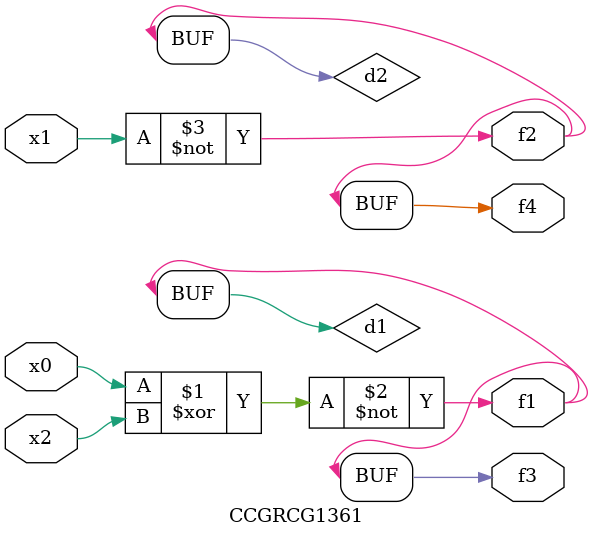
<source format=v>
module CCGRCG1361(
	input x0, x1, x2,
	output f1, f2, f3, f4
);

	wire d1, d2, d3;

	xnor (d1, x0, x2);
	nand (d2, x1);
	nor (d3, x1, x2);
	assign f1 = d1;
	assign f2 = d2;
	assign f3 = d1;
	assign f4 = d2;
endmodule

</source>
